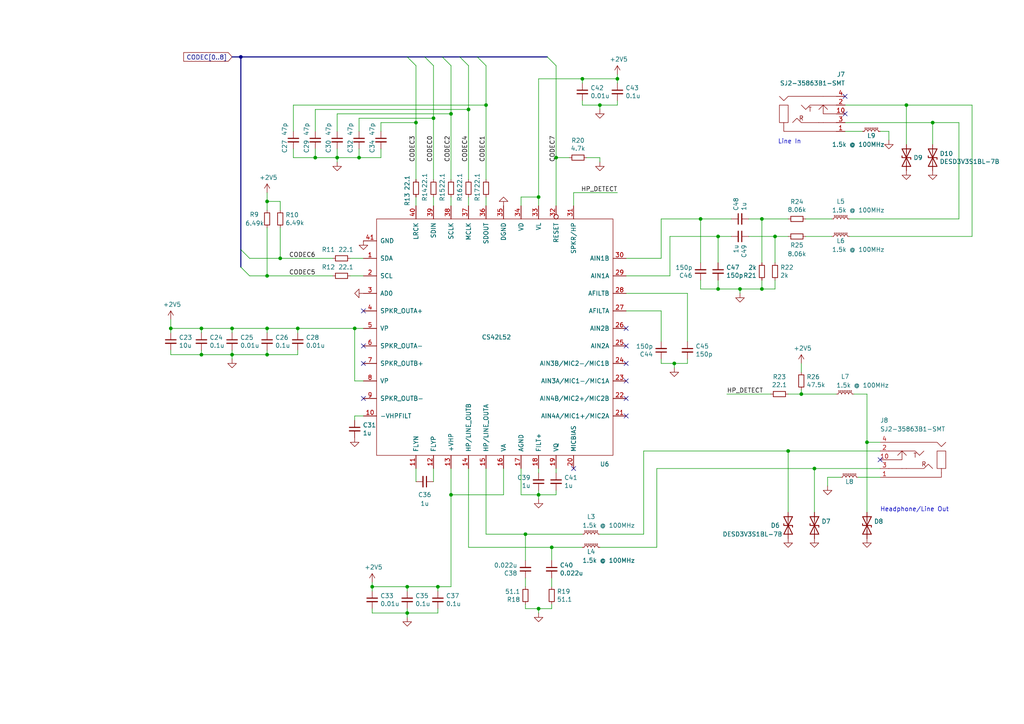
<source format=kicad_sch>
(kicad_sch (version 20211123) (generator eeschema)
  (paper "A4")
  (title_block (title "BitMasher - Audio Codec") (date "2021-04-18") (rev "P2") (company "MeoWorkshop/Nyankichi Works"))
  (lib_symbols
    (symbol "Audio:CS42L52" (pin_names (offset 1.016))
      (property "Reference" "U" (at -34.29 36.83 0))
      (property "Value" "Audio_CS42L52" (at 0 1.27 0))
      (symbol "CS42L52_0_1"
        (rectangle (start -34.29 34.29) (end 34.29 -34.29))
      )
      (symbol "CS42L52_1_1"
        (pin bidirectional line (at -38.1 22.86 0) (length 3.81) (name "SDA") (number "1"))
        (pin bidirectional line (at -38.1 -22.86 0) (length 3.81) (name "-VHPFILT") (number "10"))
        (pin bidirectional line (at -22.86 -38.1 90) (length 3.81) (name "FLYN") (number "11"))
        (pin bidirectional line (at -17.78 -38.1 90) (length 3.81) (name "FLYP") (number "12"))
        (pin power_in line (at -12.7 -38.1 90) (length 3.81) (name "+VHP") (number "13"))
        (pin bidirectional line (at -7.62 -38.1 90) (length 3.81) (name "HP/LINE_OUTB") (number "14"))
        (pin bidirectional line (at -2.54 -38.1 90) (length 3.81) (name "HP/LINE_OUTA") (number "15"))
        (pin power_in line (at 2.54 -38.1 90) (length 3.81) (name "VA") (number "16"))
        (pin power_in line (at 7.62 -38.1 90) (length 3.81) (name "AGND") (number "17"))
        (pin bidirectional line (at 12.7 -38.1 90) (length 3.81) (name "FILT+") (number "18"))
        (pin power_in line (at 17.78 -38.1 90) (length 3.81) (name "VQ") (number "19"))
        (pin bidirectional line (at -38.1 17.78 0) (length 3.81) (name "SCL") (number "2"))
        (pin bidirectional line (at 22.86 -38.1 90) (length 3.81) (name "MICBIAS") (number "20"))
        (pin bidirectional line (at 38.1 -22.86 180) (length 3.81) (name "AIN4A/MIC1+/MIC2A") (number "21"))
        (pin bidirectional line (at 38.1 -17.78 180) (length 3.81) (name "AIN4B/MIC2+/MIC2B") (number "22"))
        (pin bidirectional line (at 38.1 -12.7 180) (length 3.81) (name "AIN3A/MIC1-/MIC1A") (number "23"))
        (pin bidirectional line (at 38.1 -7.62 180) (length 3.81) (name "AIN3B/MIC2-/MIC1B") (number "24"))
        (pin bidirectional line (at 38.1 -2.54 180) (length 3.81) (name "AIN2A") (number "25"))
        (pin bidirectional line (at 38.1 2.54 180) (length 3.81) (name "AIN2B") (number "26"))
        (pin bidirectional line (at 38.1 7.62 180) (length 3.81) (name "AFILTA") (number "27"))
        (pin bidirectional line (at 38.1 12.7 180) (length 3.81) (name "AFILTB") (number "28"))
        (pin bidirectional line (at 38.1 17.78 180) (length 3.81) (name "AIN1A") (number "29"))
        (pin bidirectional line (at -38.1 12.7 0) (length 3.81) (name "AD0") (number "3"))
        (pin bidirectional line (at 38.1 22.86 180) (length 3.81) (name "AIN1B") (number "30"))
        (pin bidirectional line (at 22.86 38.1 270) (length 3.81) (name "SPKR/HP") (number "31"))
        (pin bidirectional inverted (at 17.78 38.1 270) (length 3.81) (name "RESET") (number "32"))
        (pin power_in line (at 12.7 38.1 270) (length 3.81) (name "VL") (number "33"))
        (pin power_in line (at 7.62 38.1 270) (length 3.81) (name "VD") (number "34"))
        (pin power_in line (at 2.54 38.1 270) (length 3.81) (name "DGND") (number "35"))
        (pin bidirectional line (at -2.54 38.1 270) (length 3.81) (name "SDOUT") (number "36"))
        (pin bidirectional line (at -7.62 38.1 270) (length 3.81) (name "MCLK") (number "37"))
        (pin bidirectional line (at -12.7 38.1 270) (length 3.81) (name "SCLK") (number "38"))
        (pin bidirectional line (at -17.78 38.1 270) (length 3.81) (name "SDIN") (number "39"))
        (pin bidirectional line (at -38.1 7.62 0) (length 3.81) (name "SPKR_OUTA+") (number "4"))
        (pin bidirectional line (at -22.86 38.1 270) (length 3.81) (name "LRCK") (number "40"))
        (pin power_in line (at -38.1 27.94 0) (length 3.81) (name "GND") (number "41"))
        (pin power_in line (at -38.1 2.54 0) (length 3.81) (name "VP") (number "5"))
        (pin bidirectional line (at -38.1 -2.54 0) (length 3.81) (name "SPKR_OUTA-") (number "6"))
        (pin bidirectional line (at -38.1 -7.62 0) (length 3.81) (name "SPKR_OUTB+") (number "7"))
        (pin power_in line (at -38.1 -12.7 0) (length 3.81) (name "VP") (number "8"))
        (pin bidirectional line (at -38.1 -17.78 0) (length 3.81) (name "SPKR_OUTB-") (number "9"))
      )
    )
    (symbol "Connector:SJ2-35863B1-SMT" (pin_names (offset 1.016))
      (property "Reference" "J" (at -1.27 11.43 0))
      (property "Value" "Connector_SJ2-35863B1-SMT" (at 0 8.89 0))
      (symbol "SJ2-35863B1-SMT_0_0"
        (text "R" (at -3.81 1.27 0) (effects (font (size 1.27 1.27))))
        (text "T" (at -1.27 -1.27 0) (effects (font (size 1.27 1.27))))
      )
      (symbol "SJ2-35863B1-SMT_0_1"
        (rectangle (start -10.16 2.54) (end -7.62 -2.54))
        (polyline (pts (xy -8.89 3.81) (xy -8.89 2.54)))
        (polyline (pts (xy 1.27 2.54) (xy 2.54 2.54)))
        (polyline (pts (xy 2.54 -5.08) (xy 6.35 -5.08)))
        (polyline (pts (xy 2.54 -2.54) (xy 6.35 -2.54)))
        (polyline (pts (xy 2.54 2.54) (xy 6.35 2.54)))
        (polyline (pts (xy -8.89 3.81) (xy -8.89 5.08) (xy 6.35 5.08)))
        (polyline (pts (xy 1.27 -1.27) (xy 2.54 -2.54) (xy 3.81 -1.27)))
        (polyline (pts (xy 2.54 -2.54) (xy 2.54 0) (xy 6.35 0)))
        (polyline (pts (xy -10.16 -5.08) (xy -8.89 -3.81) (xy -7.62 -5.08) (xy 2.54 -5.08)))
        (polyline (pts (xy -6.35 2.54) (xy -5.08 1.27) (xy -3.81 2.54) (xy 1.27 2.54)))
        (polyline (pts (xy -3.81 -2.54) (xy -2.54 -1.27) (xy -1.27 -2.54) (xy 2.54 -2.54)))
      )
      (symbol "SJ2-35863B1-SMT_1_1"
        (pin bidirectional line (at 8.89 5.08 180) (length 2.54) (name "~") (number "1"))
        (pin bidirectional line (at 8.89 0 180) (length 2.54) (name "~") (number "10"))
        (pin bidirectional line (at 8.89 -2.54 180) (length 2.54) (name "~") (number "2"))
        (pin bidirectional line (at 8.89 2.54 180) (length 2.54) (name "~") (number "3"))
        (pin bidirectional line (at 8.89 -5.08 180) (length 2.54) (name "~") (number "4"))
      )
    )
    (symbol "Device:C_Small" (pin_numbers hide) (pin_names (offset 0.254) hide)
      (property "Reference" "C" (at 0.254 1.778 0))
      (property "Value" "C_Small" (at 0.254 -2.032 0))
      (symbol "C_Small_0_1"
        (polyline (pts (xy -1.524 -0.508) (xy 1.524 -0.508)) (stroke (width 0.3302)))
        (polyline (pts (xy -1.524 0.508) (xy 1.524 0.508)) (stroke (width 0.3048)))
      )
      (symbol "C_Small_1_1"
        (pin passive line (at 0 2.54 270) (length 2.032) (name "~") (number "1"))
        (pin passive line (at 0 -2.54 90) (length 2.032) (name "~") (number "2"))
      )
    )
    (symbol "Device:D_TVS" (pin_numbers hide) (pin_names (offset 1.016) hide)
      (property "Reference" "D" (at 0 2.54 0))
      (property "Value" "D_TVS" (at 0 -2.54 0))
      (symbol "D_TVS_0_1"
        (polyline (pts (xy 1.27 0) (xy -1.27 0)))
        (polyline (pts (xy 0.508 1.27) (xy 0 1.27) (xy 0 -1.27) (xy -0.508 -1.27)) (stroke (width 0.254)))
        (polyline (pts (xy -2.54 1.27) (xy -2.54 -1.27) (xy 2.54 1.27) (xy 2.54 -1.27) (xy -2.54 1.27)) (stroke (width 0.254)))
      )
      (symbol "D_TVS_1_1"
        (pin passive line (at -3.81 0 0) (length 2.54) (name "A1") (number "1"))
        (pin passive line (at 3.81 0 180) (length 2.54) (name "A2") (number "2"))
      )
    )
    (symbol "Device:L_Core_Ferrite_Small" (pin_numbers hide) (pin_names (offset 0.254) hide)
      (property "Reference" "L" (at 1.27 1.016 0))
      (property "Value" "Device_L_Core_Ferrite_Small" (at 1.27 -1.27 0))
      (symbol "L_Core_Ferrite_Small_0_1"
        (arc (start 0 -2.032) (mid 0.508 -1.524) (end 0 -1.016))
        (arc (start 0 -1.016) (mid 0.508 -0.508) (end 0 0))
        (polyline (pts (xy 0.762 -1.905) (xy 0.762 -1.651)))
        (polyline (pts (xy 0.762 -1.397) (xy 0.762 -1.143)))
        (polyline (pts (xy 0.762 -0.889) (xy 0.762 -0.635)))
        (polyline (pts (xy 0.762 -0.381) (xy 0.762 -0.127)))
        (polyline (pts (xy 0.762 0.127) (xy 0.762 0.381)))
        (polyline (pts (xy 0.762 0.635) (xy 0.762 0.889)))
        (polyline (pts (xy 0.762 1.143) (xy 0.762 1.397)))
        (polyline (pts (xy 0.762 1.651) (xy 0.762 1.905)))
        (polyline (pts (xy 1.016 -1.651) (xy 1.016 -1.905)))
        (polyline (pts (xy 1.016 -1.143) (xy 1.016 -1.397)))
        (polyline (pts (xy 1.016 -0.635) (xy 1.016 -0.889)))
        (polyline (pts (xy 1.016 -0.127) (xy 1.016 -0.381)))
        (polyline (pts (xy 1.016 0.381) (xy 1.016 0.127)))
        (polyline (pts (xy 1.016 0.889) (xy 1.016 0.635)))
        (polyline (pts (xy 1.016 1.397) (xy 1.016 1.143)))
        (polyline (pts (xy 1.016 1.905) (xy 1.016 1.651)))
        (arc (start 0 0) (mid 0.508 0.508) (end 0 1.016))
        (arc (start 0 1.016) (mid 0.508 1.524) (end 0 2.032))
      )
      (symbol "L_Core_Ferrite_Small_1_1"
        (pin passive line (at 0 2.54 270) (length 0.508) (name "~") (number "1"))
        (pin passive line (at 0 -2.54 90) (length 0.508) (name "~") (number "2"))
      )
    )
    (symbol "Device:R_Small" (pin_numbers hide) (pin_names (offset 0.254) hide)
      (property "Reference" "R" (at 0.762 0.508 0))
      (property "Value" "R_Small" (at 0.762 -1.016 0))
      (symbol "R_Small_0_1"
        (rectangle (start -0.762 1.778) (end 0.762 -1.778) (stroke (width 0.2032)))
      )
      (symbol "R_Small_1_1"
        (pin passive line (at 0 2.54 270) (length 0.762) (name "~") (number "1"))
        (pin passive line (at 0 -2.54 90) (length 0.762) (name "~") (number "2"))
      )
    )
    (symbol "power:+2V5" (power) (pin_names (offset 0))
      (property "Value" "+2V5" (at 0 3.556 0))
      (symbol "+2V5_0_1"
        (polyline (pts (xy -0.762 1.27) (xy 0 2.54)))
        (polyline (pts (xy 0 0) (xy 0 2.54)))
        (polyline (pts (xy 0 2.54) (xy 0.762 1.27)))
      )
      (symbol "+2V5_1_1"
        (pin power_in line (at 0 0 90) (length 0) hide (name "+2V5") (number "1"))
      )
    )
    (symbol "power:GND" (power) (pin_names (offset 0))
      (property "Value" "GND" (at 0 -3.81 0))
      (symbol "GND_0_1"
        (polyline (pts (xy 0 0) (xy 0 -1.27) (xy 1.27 -1.27) (xy 0 -2.54) (xy -1.27 -1.27) (xy 0 -1.27)))
      )
      (symbol "GND_1_1"
        (pin power_in line (at 0 0 270) (length 0) hide (name "GND") (number "1"))
      )
    )
  )
  (junction (at 156.21 57.15))
  (junction (at 195.58 105.41))
  (junction (at 236.22 135.89))
  (junction (at 208.28 68.58))
  (junction (at 208.28 83.82))
  (junction (at 97.79 45.72))
  (junction (at 251.46 128.27))
  (junction (at 270.51 35.56))
  (junction (at 203.2 63.5))
  (junction (at 173.99 30.48))
  (junction (at 224.79 68.58))
  (junction (at 118.11 177.8))
  (junction (at 214.63 83.82))
  (junction (at 220.98 83.82))
  (junction (at 140.97 30.48))
  (junction (at 232.41 114.3))
  (junction (at 156.21 176.53))
  (junction (at 156.21 143.51))
  (junction (at 91.44 45.72))
  (junction (at 130.81 143.51))
  (junction (at 58.42 95.25))
  (junction (at 130.81 33.02))
  (junction (at 67.31 102.87))
  (junction (at 77.47 80.01))
  (junction (at 81.28 74.93))
  (junction (at 220.98 63.5))
  (junction (at 104.14 45.72))
  (junction (at 179.07 22.86))
  (junction (at 86.36 95.25))
  (junction (at 77.47 58.42))
  (junction (at 135.89 31.75))
  (junction (at 58.42 102.87))
  (junction (at 107.95 170.18))
  (junction (at 127 170.18))
  (junction (at 102.87 95.25))
  (junction (at 118.11 170.18))
  (junction (at 168.91 22.86))
  (junction (at 120.65 35.56))
  (junction (at 67.31 95.25))
  (junction (at 125.73 34.29))
  (junction (at 77.47 102.87))
  (junction (at 152.4 154.94))
  (junction (at 161.29 45.72))
  (junction (at 77.47 95.25))
  (junction (at 160.02 158.75))
  (junction (at 262.89 30.48))
  (junction (at 49.53 95.25))
  (junction (at 69.85 16.51))
  (junction (at 228.6 130.81))
  (no_connect (at 166.37 135.89))
  (no_connect (at 105.41 105.41))
  (no_connect (at 181.61 120.65))
  (no_connect (at 181.61 110.49))
  (no_connect (at 181.61 95.25))
  (no_connect (at 181.61 105.41))
  (no_connect (at 105.41 100.33))
  (no_connect (at 181.61 100.33))
  (no_connect (at 245.11 33.02))
  (no_connect (at 245.11 27.94))
  (no_connect (at 105.41 90.17))
  (no_connect (at 181.61 115.57))
  (no_connect (at 105.41 115.57))
  (no_connect (at 255.27 133.35))
  (bus_entry (at 128.27 16.51) (size 2.54 2.54))
  (bus_entry (at 69.85 72.39) (size 2.54 2.54))
  (bus_entry (at 123.19 16.51) (size 2.54 2.54))
  (bus_entry (at 133.35 16.51) (size 2.54 2.54))
  (bus_entry (at 138.43 16.51) (size 2.54 2.54))
  (bus_entry (at 69.85 77.47) (size 2.54 2.54))
  (bus_entry (at 158.75 16.51) (size 2.54 2.54))
  (bus_entry (at 118.11 16.51) (size 2.54 2.54))
  (wire (pts (xy 91.44 31.75) (xy 135.89 31.75)))
  (wire (pts (xy 248.92 138.43) (xy 255.27 138.43)))
  (wire (pts (xy 72.39 74.93) (xy 81.28 74.93)))
  (wire (pts (xy 58.42 95.25) (xy 67.31 95.25)))
  (wire (pts (xy 186.69 130.81) (xy 186.69 154.94)))
  (wire (pts (xy 86.36 95.25) (xy 102.87 95.25)))
  (wire (pts (xy 210.82 114.3) (xy 223.52 114.3)))
  (wire (pts (xy 77.47 55.88) (xy 77.47 58.42)))
  (wire (pts (xy 58.42 102.87) (xy 67.31 102.87)))
  (wire (pts (xy 97.79 45.72) (xy 97.79 43.18)))
  (wire (pts (xy 152.4 162.56) (xy 152.4 154.94)))
  (wire (pts (xy 156.21 177.8) (xy 156.21 176.53)))
  (wire (pts (xy 251.46 114.3) (xy 251.46 128.27)))
  (wire (pts (xy 135.89 57.15) (xy 135.89 59.69)))
  (wire (pts (xy 208.28 76.2) (xy 208.28 68.58)))
  (wire (pts (xy 170.18 45.72) (xy 173.99 45.72)))
  (wire (pts (xy 161.29 59.69) (xy 161.29 45.72)))
  (wire (pts (xy 208.28 68.58) (xy 212.09 68.58)))
  (wire (pts (xy 156.21 22.86) (xy 156.21 57.15)))
  (wire (pts (xy 262.89 41.91) (xy 262.89 30.48)))
  (wire (pts (xy 101.6 74.93) (xy 105.41 74.93)))
  (wire (pts (xy 224.79 76.2) (xy 224.79 68.58)))
  (bus (pts (xy 133.35 16.51) (xy 138.43 16.51)))
  (wire (pts (xy 97.79 45.72) (xy 97.79 46.99)))
  (wire (pts (xy 203.2 83.82) (xy 208.28 83.82)))
  (wire (pts (xy 233.68 63.5) (xy 241.3 63.5)))
  (wire (pts (xy 156.21 143.51) (xy 161.29 143.51)))
  (wire (pts (xy 232.41 105.41) (xy 232.41 107.95)))
  (wire (pts (xy 130.81 170.18) (xy 127 170.18)))
  (wire (pts (xy 152.4 175.26) (xy 152.4 176.53)))
  (wire (pts (xy 228.6 148.59) (xy 228.6 130.81)))
  (wire (pts (xy 161.29 135.89) (xy 161.29 137.16)))
  (wire (pts (xy 140.97 57.15) (xy 140.97 59.69)))
  (wire (pts (xy 161.29 19.05) (xy 161.29 45.72)))
  (wire (pts (xy 58.42 96.52) (xy 58.42 95.25)))
  (wire (pts (xy 270.51 35.56) (xy 278.13 35.56)))
  (wire (pts (xy 156.21 135.89) (xy 156.21 137.16)))
  (wire (pts (xy 160.02 170.18) (xy 160.02 167.64)))
  (wire (pts (xy 91.44 43.18) (xy 91.44 45.72)))
  (wire (pts (xy 77.47 95.25) (xy 86.36 95.25)))
  (wire (pts (xy 85.09 43.18) (xy 85.09 45.72)))
  (wire (pts (xy 281.94 30.48) (xy 281.94 68.58)))
  (wire (pts (xy 194.31 68.58) (xy 194.31 80.01)))
  (wire (pts (xy 104.14 45.72) (xy 97.79 45.72)))
  (wire (pts (xy 232.41 113.03) (xy 232.41 114.3)))
  (wire (pts (xy 105.41 120.65) (xy 102.87 120.65)))
  (wire (pts (xy 107.95 176.53) (xy 107.95 177.8)))
  (wire (pts (xy 203.2 63.5) (xy 212.09 63.5)))
  (wire (pts (xy 49.53 101.6) (xy 49.53 102.87)))
  (wire (pts (xy 181.61 85.09) (xy 199.39 85.09)))
  (wire (pts (xy 251.46 128.27) (xy 255.27 128.27)))
  (wire (pts (xy 107.95 168.91) (xy 107.95 170.18)))
  (wire (pts (xy 120.65 19.05) (xy 120.65 35.56)))
  (wire (pts (xy 220.98 63.5) (xy 228.6 63.5)))
  (wire (pts (xy 168.91 22.86) (xy 168.91 24.13)))
  (wire (pts (xy 97.79 38.1) (xy 97.79 33.02)))
  (wire (pts (xy 166.37 59.69) (xy 166.37 55.88)))
  (wire (pts (xy 130.81 33.02) (xy 130.81 52.07)))
  (wire (pts (xy 195.58 105.41) (xy 199.39 105.41)))
  (wire (pts (xy 220.98 76.2) (xy 220.98 63.5)))
  (wire (pts (xy 228.6 114.3) (xy 232.41 114.3)))
  (wire (pts (xy 179.07 22.86) (xy 179.07 24.13)))
  (wire (pts (xy 127 170.18) (xy 127 171.45)))
  (wire (pts (xy 67.31 95.25) (xy 77.47 95.25)))
  (wire (pts (xy 91.44 38.1) (xy 91.44 31.75)))
  (wire (pts (xy 85.09 30.48) (xy 140.97 30.48)))
  (wire (pts (xy 156.21 144.78) (xy 156.21 143.51)))
  (wire (pts (xy 161.29 143.51) (xy 161.29 142.24)))
  (bus (pts (xy 138.43 16.51) (xy 158.75 16.51)))
  (wire (pts (xy 125.73 135.89) (xy 125.73 139.7)))
  (wire (pts (xy 233.68 68.58) (xy 241.3 68.58)))
  (wire (pts (xy 110.49 35.56) (xy 120.65 35.56)))
  (wire (pts (xy 214.63 83.82) (xy 220.98 83.82)))
  (wire (pts (xy 49.53 95.25) (xy 58.42 95.25)))
  (wire (pts (xy 191.77 74.93) (xy 191.77 63.5)))
  (wire (pts (xy 165.1 45.72) (xy 161.29 45.72)))
  (wire (pts (xy 127 177.8) (xy 127 176.53)))
  (wire (pts (xy 181.61 74.93) (xy 191.77 74.93)))
  (wire (pts (xy 236.22 148.59) (xy 236.22 135.89)))
  (wire (pts (xy 140.97 19.05) (xy 140.97 30.48)))
  (wire (pts (xy 181.61 80.01) (xy 194.31 80.01)))
  (wire (pts (xy 67.31 101.6) (xy 67.31 102.87)))
  (wire (pts (xy 179.07 30.48) (xy 173.99 30.48)))
  (wire (pts (xy 130.81 135.89) (xy 130.81 143.51)))
  (bus (pts (xy 67.31 16.51) (xy 69.85 16.51)))
  (wire (pts (xy 104.14 43.18) (xy 104.14 45.72)))
  (wire (pts (xy 125.73 57.15) (xy 125.73 59.69)))
  (wire (pts (xy 140.97 30.48) (xy 140.97 52.07)))
  (wire (pts (xy 86.36 95.25) (xy 86.36 96.52)))
  (wire (pts (xy 107.95 170.18) (xy 107.95 171.45)))
  (wire (pts (xy 160.02 158.75) (xy 168.91 158.75)))
  (wire (pts (xy 67.31 102.87) (xy 67.31 104.14)))
  (wire (pts (xy 195.58 106.68) (xy 195.58 105.41)))
  (bus (pts (xy 123.19 16.51) (xy 128.27 16.51)))
  (wire (pts (xy 245.11 38.1) (xy 250.19 38.1)))
  (wire (pts (xy 173.99 154.94) (xy 186.69 154.94)))
  (wire (pts (xy 135.89 158.75) (xy 160.02 158.75)))
  (wire (pts (xy 199.39 105.41) (xy 199.39 104.14)))
  (wire (pts (xy 135.89 135.89) (xy 135.89 158.75)))
  (wire (pts (xy 77.47 66.04) (xy 77.47 80.01)))
  (wire (pts (xy 240.03 138.43) (xy 243.84 138.43)))
  (wire (pts (xy 166.37 55.88) (xy 179.07 55.88)))
  (wire (pts (xy 105.41 110.49) (xy 102.87 110.49)))
  (wire (pts (xy 156.21 22.86) (xy 168.91 22.86)))
  (wire (pts (xy 125.73 19.05) (xy 125.73 34.29)))
  (wire (pts (xy 85.09 38.1) (xy 85.09 30.48)))
  (wire (pts (xy 104.14 38.1) (xy 104.14 34.29)))
  (wire (pts (xy 49.53 102.87) (xy 58.42 102.87)))
  (wire (pts (xy 217.17 68.58) (xy 224.79 68.58)))
  (wire (pts (xy 262.89 30.48) (xy 281.94 30.48)))
  (wire (pts (xy 194.31 68.58) (xy 208.28 68.58)))
  (wire (pts (xy 110.49 38.1) (xy 110.49 35.56)))
  (wire (pts (xy 190.5 135.89) (xy 190.5 158.75)))
  (wire (pts (xy 156.21 57.15) (xy 156.21 59.69)))
  (wire (pts (xy 181.61 90.17) (xy 191.77 90.17)))
  (wire (pts (xy 120.65 135.89) (xy 120.65 139.7)))
  (bus (pts (xy 69.85 16.51) (xy 69.85 72.39)))
  (wire (pts (xy 107.95 170.18) (xy 118.11 170.18)))
  (wire (pts (xy 160.02 162.56) (xy 160.02 158.75)))
  (wire (pts (xy 214.63 85.09) (xy 214.63 83.82)))
  (wire (pts (xy 140.97 135.89) (xy 140.97 154.94)))
  (wire (pts (xy 135.89 19.05) (xy 135.89 31.75)))
  (wire (pts (xy 118.11 177.8) (xy 127 177.8)))
  (wire (pts (xy 220.98 81.28) (xy 220.98 83.82)))
  (wire (pts (xy 110.49 45.72) (xy 104.14 45.72)))
  (wire (pts (xy 245.11 35.56) (xy 270.51 35.56)))
  (wire (pts (xy 146.05 143.51) (xy 130.81 143.51)))
  (wire (pts (xy 203.2 81.28) (xy 203.2 83.82)))
  (wire (pts (xy 107.95 177.8) (xy 118.11 177.8)))
  (wire (pts (xy 152.4 167.64) (xy 152.4 170.18)))
  (bus (pts (xy 69.85 72.39) (xy 69.85 77.47)))
  (wire (pts (xy 110.49 43.18) (xy 110.49 45.72)))
  (wire (pts (xy 81.28 74.93) (xy 96.52 74.93)))
  (wire (pts (xy 220.98 83.82) (xy 224.79 83.82)))
  (wire (pts (xy 81.28 58.42) (xy 81.28 60.96)))
  (wire (pts (xy 152.4 176.53) (xy 156.21 176.53)))
  (wire (pts (xy 236.22 135.89) (xy 255.27 135.89)))
  (wire (pts (xy 245.11 30.48) (xy 262.89 30.48)))
  (wire (pts (xy 77.47 58.42) (xy 77.47 60.96)))
  (wire (pts (xy 77.47 96.52) (xy 77.47 95.25)))
  (wire (pts (xy 140.97 154.94) (xy 152.4 154.94)))
  (wire (pts (xy 186.69 130.81) (xy 228.6 130.81)))
  (wire (pts (xy 77.47 58.42) (xy 81.28 58.42)))
  (wire (pts (xy 191.77 90.17) (xy 191.77 99.06)))
  (wire (pts (xy 77.47 80.01) (xy 96.52 80.01)))
  (wire (pts (xy 130.81 19.05) (xy 130.81 33.02)))
  (wire (pts (xy 190.5 135.89) (xy 236.22 135.89)))
  (wire (pts (xy 203.2 76.2) (xy 203.2 63.5)))
  (wire (pts (xy 232.41 114.3) (xy 242.57 114.3)))
  (wire (pts (xy 67.31 102.87) (xy 77.47 102.87)))
  (wire (pts (xy 151.13 57.15) (xy 156.21 57.15)))
  (wire (pts (xy 67.31 95.25) (xy 67.31 96.52)))
  (wire (pts (xy 191.77 105.41) (xy 195.58 105.41)))
  (wire (pts (xy 104.14 34.29) (xy 125.73 34.29)))
  (wire (pts (xy 255.27 38.1) (xy 257.81 38.1)))
  (wire (pts (xy 179.07 29.21) (xy 179.07 30.48)))
  (wire (pts (xy 156.21 176.53) (xy 160.02 176.53)))
  (wire (pts (xy 49.53 96.52) (xy 49.53 95.25)))
  (wire (pts (xy 130.81 143.51) (xy 130.81 170.18)))
  (wire (pts (xy 257.81 38.1) (xy 257.81 40.64)))
  (wire (pts (xy 72.39 80.01) (xy 77.47 80.01)))
  (wire (pts (xy 246.38 68.58) (xy 281.94 68.58)))
  (wire (pts (xy 240.03 138.43) (xy 240.03 140.97)))
  (wire (pts (xy 224.79 68.58) (xy 228.6 68.58)))
  (wire (pts (xy 152.4 154.94) (xy 168.91 154.94)))
  (wire (pts (xy 118.11 171.45) (xy 118.11 170.18)))
  (wire (pts (xy 118.11 179.07) (xy 118.11 177.8)))
  (wire (pts (xy 173.99 30.48) (xy 168.91 30.48)))
  (wire (pts (xy 224.79 83.82) (xy 224.79 81.28)))
  (wire (pts (xy 102.87 120.65) (xy 102.87 121.92)))
  (wire (pts (xy 97.79 33.02) (xy 130.81 33.02)))
  (wire (pts (xy 179.07 21.59) (xy 179.07 22.86)))
  (wire (pts (xy 251.46 128.27) (xy 251.46 148.59)))
  (wire (pts (xy 173.99 31.75) (xy 173.99 30.48)))
  (wire (pts (xy 151.13 135.89) (xy 151.13 143.51)))
  (wire (pts (xy 125.73 34.29) (xy 125.73 52.07)))
  (wire (pts (xy 208.28 83.82) (xy 214.63 83.82)))
  (wire (pts (xy 151.13 59.69) (xy 151.13 57.15)))
  (wire (pts (xy 102.87 110.49) (xy 102.87 95.25)))
  (wire (pts (xy 173.99 45.72) (xy 173.99 46.99)))
  (wire (pts (xy 85.09 45.72) (xy 91.44 45.72)))
  (bus (pts (xy 128.27 16.51) (xy 133.35 16.51)))
  (wire (pts (xy 49.53 92.71) (xy 49.53 95.25)))
  (wire (pts (xy 91.44 45.72) (xy 97.79 45.72)))
  (wire (pts (xy 102.87 95.25) (xy 105.41 95.25)))
  (wire (pts (xy 179.07 22.86) (xy 168.91 22.86)))
  (wire (pts (xy 77.47 101.6) (xy 77.47 102.87)))
  (wire (pts (xy 120.65 35.56) (xy 120.65 52.07)))
  (wire (pts (xy 208.28 81.28) (xy 208.28 83.82)))
  (wire (pts (xy 191.77 104.14) (xy 191.77 105.41)))
  (wire (pts (xy 168.91 30.48) (xy 168.91 29.21)))
  (wire (pts (xy 246.38 63.5) (xy 278.13 63.5)))
  (bus (pts (xy 118.11 16.51) (xy 123.19 16.51)))
  (wire (pts (xy 86.36 102.87) (xy 86.36 101.6)))
  (wire (pts (xy 130.81 57.15) (xy 130.81 59.69)))
  (wire (pts (xy 217.17 63.5) (xy 220.98 63.5)))
  (wire (pts (xy 118.11 177.8) (xy 118.11 176.53)))
  (wire (pts (xy 191.77 63.5) (xy 203.2 63.5)))
  (bus (pts (xy 69.85 16.51) (xy 118.11 16.51)))
  (wire (pts (xy 199.39 85.09) (xy 199.39 99.06)))
  (wire (pts (xy 228.6 130.81) (xy 255.27 130.81)))
  (wire (pts (xy 156.21 143.51) (xy 156.21 142.24)))
  (wire (pts (xy 146.05 135.89) (xy 146.05 143.51)))
  (wire (pts (xy 101.6 80.01) (xy 105.41 80.01)))
  (wire (pts (xy 118.11 170.18) (xy 127 170.18)))
  (wire (pts (xy 151.13 143.51) (xy 156.21 143.51)))
  (wire (pts (xy 278.13 35.56) (xy 278.13 63.5)))
  (wire (pts (xy 81.28 66.04) (xy 81.28 74.93)))
  (wire (pts (xy 247.65 114.3) (xy 251.46 114.3)))
  (wire (pts (xy 270.51 41.91) (xy 270.51 35.56)))
  (wire (pts (xy 135.89 31.75) (xy 135.89 52.07)))
  (wire (pts (xy 77.47 102.87) (xy 86.36 102.87)))
  (wire (pts (xy 173.99 158.75) (xy 190.5 158.75)))
  (wire (pts (xy 160.02 176.53) (xy 160.02 175.26)))
  (wire (pts (xy 58.42 101.6) (xy 58.42 102.87)))
  (wire (pts (xy 120.65 57.15) (xy 120.65 59.69)))
  (text "Line In" (at 232.41 41.91 180) (effects (font (size 1.27 1.27)) (justify right bottom)))
  (text "Headphone/Line Out" (at 255.27 148.59 0) (effects (font (size 1.27 1.27)) (justify left bottom)))
  (label "CODEC6" (at 83.82 74.93 0))
  (label "CODEC1" (at 140.97 46.99 90))
  (label "HP_DETECT" (at 179.07 55.88 180))
  (label "CODEC2" (at 130.81 46.99 90))
  (label "CODEC4" (at 135.89 46.99 90))
  (label "CODEC7" (at 161.29 46.99 90))
  (label "HP_DETECT" (at 210.82 114.3 0))
  (label "CODEC5" (at 83.82 80.01 0))
  (label "CODEC0" (at 125.73 46.99 90))
  (label "CODEC3" (at 120.65 46.99 90))
  (global_label "CODEC[0..8]" (shape input) (at 67.31 16.51 180) (property "Intersheet References" "${INTERSHEET_REFS}" (effects hide)))
  (symbol (lib_id "Connector:SJ2-35863B1-SMT") (at 264.16 133.35 180) (unit 1)
    (property "Reference" "J8" (at 255.27 121.92 0) (effects (justify right)))
    (property "Value" "SJ2-35863B1-SMT" (at 255.27 124.46 0) (effects (justify right)))
    (property "Footprint" "Connector_Audio:SJ2-35863B1-SMT-TR" (effects hide))
  )
  (symbol (lib_id "power:+2V5") (at 232.41 105.41 0) (unit 1)
    (property "Reference" "#PWR069" (effects hide))
    (property "Value" "+2V5" (at 232.791 101.0158 0))
  )
  (symbol (lib_id "Device:R_Small") (at 232.41 110.49 0) (unit 1)
    (property "Reference" "R26" (at 233.9086 109.3216 0) (effects (justify left)))
    (property "Value" "47.5k" (at 233.9086 111.633 0) (effects (justify left)))
    (property "Footprint" "Resistor_SMD:R_0402_1005Metric" (effects hide))
  )
  (symbol (lib_id "Device:R_Small") (at 226.06 114.3 270) (unit 1)
    (property "Reference" "R23" (at 226.06 109.3216 90))
    (property "Value" "22.1" (at 226.06 111.633 90))
    (property "Footprint" "Resistor_SMD:R_0402_1005Metric" (effects hide))
  )
  (symbol (lib_id "power:GND") (at 240.03 140.97 0) (unit 1)
    (property "Reference" "#PWR071" (effects hide))
    (property "Value" "GND" (effects hide))
  )
  (symbol (lib_id "Device:C_Small") (at 160.02 165.1 0)
    (property "Reference" "C40" (at 162.3568 163.9316 0) (effects (justify left)))
    (property "Value" "0.022u" (at 162.3568 166.243 0) (effects (justify left)))
    (property "Footprint" "Capacitor_SMD:C_0402_1005Metric" (effects hide))
  )
  (symbol (lib_id "Device:R_Small") (at 160.02 172.72 0) (unit 1)
    (property "Reference" "R19" (at 161.5186 171.5516 0) (effects (justify left)))
    (property "Value" "51.1" (at 161.5186 173.863 0) (effects (justify left)))
    (property "Footprint" "Resistor_SMD:R_0402_1005Metric" (effects hide))
  )
  (symbol (lib_id "power:GND") (at 156.21 177.8 0) (unit 1)
    (property "Reference" "#PWR062" (effects hide))
    (property "Value" "GND" (effects hide))
  )
  (symbol (lib_id "Device:C_Small") (at 152.4 165.1 180)
    (property "Reference" "C38" (at 150.0632 166.2684 0) (effects (justify left)))
    (property "Value" "0.022u" (at 150.0632 163.957 0) (effects (justify left)))
    (property "Footprint" "Capacitor_SMD:C_0402_1005Metric" (effects hide))
  )
  (symbol (lib_id "Device:R_Small") (at 152.4 172.72 180) (unit 1)
    (property "Reference" "R18" (at 150.9014 173.8884 0) (effects (justify left)))
    (property "Value" "51.1" (at 150.9014 171.577 0) (effects (justify left)))
    (property "Footprint" "Resistor_SMD:R_0402_1005Metric" (effects hide))
  )
  (symbol (lib_id "Connector:SJ2-35863B1-SMT") (at 236.22 33.02 0) (mirror x) (unit 1)
    (property "Reference" "J7" (at 245.11 21.59 0) (effects (justify right)))
    (property "Value" "SJ2-35863B1-SMT" (at 245.11 24.13 0) (effects (justify right)))
    (property "Footprint" "Connector_Audio:SJ2-35863B1-SMT-TR" (effects hide))
  )
  (symbol (lib_id "Device:C_Small") (at 199.39 101.6 0)
    (property "Reference" "C45" (at 201.7268 100.4316 0) (effects (justify left)))
    (property "Value" "150p" (at 201.7268 102.743 0) (effects (justify left)))
    (property "Footprint" "Capacitor_SMD:C_0402_1005Metric" (effects hide))
  )
  (symbol (lib_id "Device:C_Small") (at 191.77 101.6 180)
    (property "Reference" "C44" (at 189.4332 102.7684 0) (effects (justify left)))
    (property "Value" "150p" (at 189.4332 100.457 0) (effects (justify left)))
    (property "Footprint" "Capacitor_SMD:C_0402_1005Metric" (effects hide))
  )
  (symbol (lib_id "Device:D_TVS") (at 251.46 152.4 270) (unit 1)
    (property "Reference" "D8" (at 253.492 151.2316 90) (effects (justify left)))
    (property "Value" "DESD3V3S1BL-7B" (effects hide))
    (property "Footprint" "Diode_SMD:D_0402_1005Metric" (effects hide))
  )
  (symbol (lib_id "power:GND") (at 195.58 106.68 0) (unit 1)
    (property "Reference" "#PWR066" (effects hide))
    (property "Value" "GND" (effects hide))
  )
  (symbol (lib_id "power:GND") (at 251.46 156.21 0) (unit 1)
    (property "Reference" "#PWR072" (effects hide))
    (property "Value" "GND" (effects hide))
  )
  (symbol (lib_id "Device:R_Small") (at 99.06 80.01 270) (unit 1)
    (property "Reference" "R12" (at 95.25 77.47 90))
    (property "Value" "22.1" (at 100.33 77.47 90))
    (property "Footprint" "Resistor_SMD:R_0402_1005Metric" (effects hide))
  )
  (symbol (lib_id "Device:R_Small") (at 167.64 45.72 270) (unit 1)
    (property "Reference" "R20" (at 167.64 40.7416 90))
    (property "Value" "4.7k" (at 167.64 43.053 90))
    (property "Footprint" "Resistor_SMD:R_0402_1005Metric" (effects hide))
  )
  (symbol (lib_id "power:GND") (at 173.99 46.99 0)
    (property "Reference" "#PWR064" (effects hide))
    (property "Value" "GND" (effects hide))
  )
  (symbol (lib_id "Device:L_Core_Ferrite_Small") (at 243.84 68.58 90) (unit 1)
    (property "Reference" "L6" (at 243.84 69.85 90))
    (property "Value" "1.5k @ 100MHz" (at 248.92 72.39 90))
    (property "Footprint" "Inductor_SMD:L_0402_1005Metric" (effects hide))
    (property "Digikey PN" "587-3216-1-ND" (effects hide))
  )
  (symbol (lib_id "Device:R_Small") (at 231.14 63.5 270) (unit 1)
    (property "Reference" "R24" (at 231.14 58.5216 90))
    (property "Value" "8.06k" (at 231.14 60.833 90))
    (property "Footprint" "Resistor_SMD:R_0402_1005Metric" (effects hide))
  )
  (symbol (lib_id "Device:R_Small") (at 231.14 68.58 270) (unit 1)
    (property "Reference" "R25" (at 231.14 71.12 90))
    (property "Value" "8.06k" (at 231.14 73.66 90))
    (property "Footprint" "Resistor_SMD:R_0402_1005Metric" (effects hide))
  )
  (symbol (lib_id "Device:L_Core_Ferrite_Small") (at 245.11 114.3 90) (unit 1)
    (property "Reference" "L7" (at 245.11 109.22 90))
    (property "Value" "1.5k @ 100MHz" (at 250.19 111.76 90))
    (property "Footprint" "Inductor_SMD:L_0402_1005Metric" (effects hide))
    (property "Digikey PN" "587-3216-1-ND" (effects hide))
  )
  (symbol (lib_id "Device:L_Core_Ferrite_Small") (at 246.38 138.43 90) (unit 1)
    (property "Reference" "L8" (at 246.38 139.7 90))
    (property "Value" "1.5k @ 100MHz" (effects hide))
    (property "Footprint" "Inductor_SMD:L_0402_1005Metric" (effects hide))
    (property "Digikey PN" "587-3216-1-ND" (effects hide))
  )
  (symbol (lib_id "Device:C_Small") (at 214.63 63.5 90)
    (property "Reference" "C48" (at 213.4616 61.1632 0) (effects (justify left)))
    (property "Value" "1u" (at 215.773 61.1632 0) (effects (justify left)))
    (property "Footprint" "Capacitor_SMD:C_0402_1005Metric" (effects hide))
  )
  (symbol (lib_id "Device:C_Small") (at 214.63 68.58 270)
    (property "Reference" "C49" (at 215.7984 70.9168 0) (effects (justify left)))
    (property "Value" "1u" (at 213.487 70.9168 0) (effects (justify left)))
    (property "Footprint" "Capacitor_SMD:C_0402_1005Metric" (effects hide))
  )
  (symbol (lib_id "power:GND") (at 257.81 40.64 0) (mirror y) (unit 1)
    (property "Reference" "#PWR073" (effects hide))
    (property "Value" "GND" (effects hide))
  )
  (symbol (lib_id "Device:L_Core_Ferrite_Small") (at 171.45 154.94 90) (unit 1)
    (property "Reference" "L3" (at 171.45 149.86 90))
    (property "Value" "1.5k @ 100MHz" (at 176.53 152.4 90))
    (property "Footprint" "Inductor_SMD:L_0402_1005Metric" (effects hide))
    (property "Digikey PN" "587-3216-1-ND" (effects hide))
  )
  (symbol (lib_id "Device:L_Core_Ferrite_Small") (at 171.45 158.75 90) (unit 1)
    (property "Reference" "L4" (at 171.45 160.02 90))
    (property "Value" "1.5k @ 100MHz" (at 176.53 162.56 90))
    (property "Footprint" "Inductor_SMD:L_0402_1005Metric" (effects hide))
    (property "Digikey PN" "587-3216-1-ND" (effects hide))
  )
  (symbol (lib_id "Device:C_Small") (at 203.2 78.74 180)
    (property "Reference" "C46" (at 200.8632 79.9084 0) (effects (justify left)))
    (property "Value" "150p" (at 200.8632 77.597 0) (effects (justify left)))
    (property "Footprint" "Capacitor_SMD:C_0402_1005Metric" (effects hide))
  )
  (symbol (lib_id "Device:C_Small") (at 208.28 78.74 0)
    (property "Reference" "C47" (at 210.6168 77.5716 0) (effects (justify left)))
    (property "Value" "150p" (at 210.6168 79.883 0) (effects (justify left)))
    (property "Footprint" "Capacitor_SMD:C_0402_1005Metric" (effects hide))
  )
  (symbol (lib_id "power:+2V5") (at 49.53 92.71 0) (unit 1)
    (property "Reference" "#PWR051" (effects hide))
    (property "Value" "+2V5" (at 49.911 88.3158 0))
  )
  (symbol (lib_id "Device:R_Small") (at 224.79 78.74 0) (unit 1)
    (property "Reference" "R22" (at 226.2886 77.5716 0) (effects (justify left)))
    (property "Value" "2k" (at 226.2886 79.883 0) (effects (justify left)))
    (property "Footprint" "Resistor_SMD:R_0402_1005Metric" (effects hide))
  )
  (symbol (lib_id "Device:R_Small") (at 220.98 78.74 180) (unit 1)
    (property "Reference" "R21" (at 219.4814 79.9084 0) (effects (justify left)))
    (property "Value" "2k" (at 219.4814 77.597 0) (effects (justify left)))
    (property "Footprint" "Resistor_SMD:R_0402_1005Metric" (effects hide))
  )
  (symbol (lib_id "power:GND") (at 214.63 85.09 0) (unit 1)
    (property "Reference" "#PWR067" (effects hide))
    (property "Value" "GND" (effects hide))
  )
  (symbol (lib_id "Device:R_Small") (at 99.06 74.93 270) (unit 1)
    (property "Reference" "R11" (at 95.25 72.39 90))
    (property "Value" "22.1" (at 100.33 72.39 90))
    (property "Footprint" "Resistor_SMD:R_0402_1005Metric" (effects hide))
  )
  (symbol (lib_id "Device:R_Small") (at 120.65 54.61 180) (unit 1)
    (property "Reference" "R13" (at 118.11 55.88 90) (effects (justify left)))
    (property "Value" "22.1" (at 118.11 50.8 90) (effects (justify left)))
    (property "Footprint" "Resistor_SMD:R_0402_1005Metric" (effects hide))
  )
  (symbol (lib_id "Device:R_Small") (at 125.73 54.61 0) (unit 1)
    (property "Reference" "R14" (at 123.19 58.42 90) (effects (justify left)))
    (property "Value" "22.1" (at 123.19 54.61 90) (effects (justify left)))
    (property "Footprint" "Resistor_SMD:R_0402_1005Metric" (effects hide))
  )
  (symbol (lib_id "Device:R_Small") (at 130.81 54.61 0) (unit 1)
    (property "Reference" "R15" (at 128.27 58.42 90) (effects (justify left)))
    (property "Value" "22.1" (at 128.27 54.61 90) (effects (justify left)))
    (property "Footprint" "Resistor_SMD:R_0402_1005Metric" (effects hide))
  )
  (symbol (lib_id "Device:R_Small") (at 135.89 54.61 0) (unit 1)
    (property "Reference" "R16" (at 133.35 58.42 90) (effects (justify left)))
    (property "Value" "22.1" (at 133.35 54.61 90) (effects (justify left)))
    (property "Footprint" "Resistor_SMD:R_0402_1005Metric" (effects hide))
  )
  (symbol (lib_id "Device:R_Small") (at 140.97 54.61 0) (unit 1)
    (property "Reference" "R17" (at 138.43 58.42 90) (effects (justify left)))
    (property "Value" "22.1" (at 138.43 54.61 90) (effects (justify left)))
    (property "Footprint" "Resistor_SMD:R_0402_1005Metric" (effects hide))
  )
  (symbol (lib_id "Device:C_Small") (at 85.09 40.64 0)
    (property "Reference" "C27" (at 82.55 44.45 90) (effects (justify left)))
    (property "Value" "47p" (at 82.55 39.37 90) (effects (justify left)))
    (property "Footprint" "Capacitor_SMD:C_0402_1005Metric" (effects hide))
  )
  (symbol (lib_id "power:GND") (at 97.79 46.99 0)
    (property "Reference" "#PWR054" (effects hide))
    (property "Value" "GND" (effects hide))
  )
  (symbol (lib_id "Audio:CS42L52") (at 143.51 97.79 0) (unit 1)
    (property "Reference" "U6" (at 173.99 134.62 0) (effects (justify left)))
    (property "Value" "CS42L52" (at 139.7 97.79 0) (effects (justify left)))
    (property "Footprint" "Package_DFN_QFN:QFN-40-1EP_6x6mm_P0.5mm_EP4.1x4.1mm" (effects hide))
  )
  (symbol (lib_id "power:+2V5") (at 107.95 168.91 0) (unit 1)
    (property "Reference" "#PWR058" (effects hide))
    (property "Value" "+2V5" (at 108.331 164.5158 0))
  )
  (symbol (lib_id "power:GND") (at 118.11 179.07 0) (unit 1)
    (property "Reference" "#PWR059" (effects hide))
    (property "Value" "GND" (effects hide))
  )
  (symbol (lib_id "Device:C_Small") (at 67.31 99.06 0)
    (property "Reference" "C25" (at 69.6468 97.8916 0) (effects (justify left)))
    (property "Value" "0.01u" (at 69.6468 100.203 0) (effects (justify left)))
    (property "Footprint" "Capacitor_SMD:C_0402_1005Metric" (effects hide))
  )
  (symbol (lib_id "power:GND") (at 67.31 104.14 0)
    (property "Reference" "#PWR052" (effects hide))
    (property "Value" "GND" (effects hide))
  )
  (symbol (lib_id "Device:C_Small") (at 49.53 99.06 0)
    (property "Reference" "C23" (at 51.8668 97.8916 0) (effects (justify left)))
    (property "Value" "10u" (at 51.8668 100.203 0) (effects (justify left)))
    (property "Footprint" "Capacitor_SMD:C_0402_1005Metric" (effects hide))
  )
  (symbol (lib_id "Device:C_Small") (at 58.42 99.06 0)
    (property "Reference" "C24" (at 60.7568 97.8916 0) (effects (justify left)))
    (property "Value" "0.1u" (at 60.7568 100.203 0) (effects (justify left)))
    (property "Footprint" "Capacitor_SMD:C_0402_1005Metric" (effects hide))
  )
  (symbol (lib_id "Device:C_Small") (at 77.47 99.06 0)
    (property "Reference" "C26" (at 79.8068 97.8916 0) (effects (justify left)))
    (property "Value" "0.1u" (at 79.8068 100.203 0) (effects (justify left)))
    (property "Footprint" "Capacitor_SMD:C_0402_1005Metric" (effects hide))
  )
  (symbol (lib_id "Device:C_Small") (at 86.36 99.06 0)
    (property "Reference" "C28" (at 88.6968 97.8916 0) (effects (justify left)))
    (property "Value" "0.01u" (at 88.6968 100.203 0) (effects (justify left)))
    (property "Footprint" "Capacitor_SMD:C_0402_1005Metric" (effects hide))
  )
  (symbol (lib_id "Device:C_Small") (at 102.87 124.46 0)
    (property "Reference" "C31" (at 105.2068 123.2916 0) (effects (justify left)))
    (property "Value" "1u" (at 105.2068 125.603 0) (effects (justify left)))
    (property "Footprint" "Capacitor_SMD:C_0402_1005Metric" (effects hide))
  )
  (symbol (lib_id "power:GND") (at 102.87 127 0)
    (property "Reference" "#PWR055" (effects hide))
    (property "Value" "GND" (effects hide))
  )
  (symbol (lib_id "Device:R_Small") (at 77.47 63.5 0) (unit 1)
    (property "Reference" "R9" (at 72.39 62.23 0) (effects (justify left)))
    (property "Value" "6.49k" (at 71.12 64.77 0) (effects (justify left)))
    (property "Footprint" "Resistor_SMD:R_0402_1005Metric" (effects hide))
  )
  (symbol (lib_id "Device:R_Small") (at 81.28 63.5 0) (unit 1)
    (property "Reference" "R10" (at 82.7786 62.3316 0) (effects (justify left)))
    (property "Value" "6.49k" (at 82.7786 64.643 0) (effects (justify left)))
    (property "Footprint" "Resistor_SMD:R_0402_1005Metric" (effects hide))
  )
  (symbol (lib_id "power:+2V5") (at 77.47 55.88 0) (unit 1)
    (property "Reference" "#PWR053" (effects hide))
    (property "Value" "+2V5" (at 77.851 51.4858 0))
  )
  (symbol (lib_id "power:GND") (at 105.41 69.85 0)
    (property "Reference" "#PWR056" (effects hide))
    (property "Value" "GND" (effects hide))
  )
  (symbol (lib_id "Device:C_Small") (at 123.19 139.7 270)
    (property "Reference" "C36" (at 123.19 143.51 90))
    (property "Value" "1u" (at 123.19 146.05 90))
    (property "Footprint" "Capacitor_SMD:C_0402_1005Metric" (effects hide))
  )
  (symbol (lib_id "Device:C_Small") (at 107.95 173.99 0)
    (property "Reference" "C33" (at 110.2868 172.8216 0) (effects (justify left)))
    (property "Value" "0.01u" (at 110.2868 175.133 0) (effects (justify left)))
    (property "Footprint" "Capacitor_SMD:C_0402_1005Metric" (effects hide))
  )
  (symbol (lib_id "Device:C_Small") (at 118.11 173.99 0)
    (property "Reference" "C35" (at 120.4468 172.8216 0) (effects (justify left)))
    (property "Value" "0.1u" (at 120.4468 175.133 0) (effects (justify left)))
    (property "Footprint" "Capacitor_SMD:C_0402_1005Metric" (effects hide))
  )
  (symbol (lib_id "power:GND") (at 146.05 59.69 180)
    (property "Reference" "#PWR060" (effects hide))
    (property "Value" "GND" (effects hide))
  )
  (symbol (lib_id "Device:C_Small") (at 127 173.99 0)
    (property "Reference" "C37" (at 129.3368 172.8216 0) (effects (justify left)))
    (property "Value" "0.1u" (at 129.3368 175.133 0) (effects (justify left)))
    (property "Footprint" "Capacitor_SMD:C_0402_1005Metric" (effects hide))
  )
  (symbol (lib_id "power:GND") (at 156.21 144.78 0) (unit 1)
    (property "Reference" "#PWR061" (effects hide))
    (property "Value" "GND" (effects hide))
  )
  (symbol (lib_id "Device:C_Small") (at 156.21 139.7 0) (mirror x)
    (property "Reference" "C39" (at 153.8986 138.5316 0) (effects (justify right)))
    (property "Value" "1u" (at 153.8986 140.843 0) (effects (justify right)))
    (property "Footprint" "Capacitor_SMD:C_0402_1005Metric" (effects hide))
  )
  (symbol (lib_id "Device:C_Small") (at 161.29 139.7 0)
    (property "Reference" "C41" (at 163.6268 138.5316 0) (effects (justify left)))
    (property "Value" "1u" (at 163.6268 140.843 0) (effects (justify left)))
    (property "Footprint" "Capacitor_SMD:C_0402_1005Metric" (effects hide))
  )
  (symbol (lib_id "power:+2V5") (at 179.07 21.59 0) (unit 1)
    (property "Reference" "#PWR065" (effects hide))
    (property "Value" "+2V5" (at 179.451 17.1958 0))
  )
  (symbol (lib_id "Device:C_Small") (at 168.91 26.67 0)
    (property "Reference" "C42" (at 171.2468 25.5016 0) (effects (justify left)))
    (property "Value" "0.01u" (at 171.2468 27.813 0) (effects (justify left)))
    (property "Footprint" "Capacitor_SMD:C_0402_1005Metric" (effects hide))
  )
  (symbol (lib_id "Device:C_Small") (at 179.07 26.67 0)
    (property "Reference" "C43" (at 181.4068 25.5016 0) (effects (justify left)))
    (property "Value" "0.1u" (at 181.4068 27.813 0) (effects (justify left)))
    (property "Footprint" "Capacitor_SMD:C_0402_1005Metric" (effects hide))
  )
  (symbol (lib_id "power:GND") (at 173.99 31.75 0)
    (property "Reference" "#PWR063" (effects hide))
    (property "Value" "GND" (effects hide))
  )
  (symbol (lib_id "Device:C_Small") (at 91.44 40.64 0)
    (property "Reference" "C29" (at 88.9 44.45 90) (effects (justify left)))
    (property "Value" "47p" (at 88.9 39.37 90) (effects (justify left)))
    (property "Footprint" "Capacitor_SMD:C_0402_1005Metric" (effects hide))
  )
  (symbol (lib_id "Device:C_Small") (at 97.79 40.64 0)
    (property "Reference" "C30" (at 95.25 44.45 90) (effects (justify left)))
    (property "Value" "47p" (at 95.25 39.37 90) (effects (justify left)))
    (property "Footprint" "Capacitor_SMD:C_0402_1005Metric" (effects hide))
  )
  (symbol (lib_id "Device:C_Small") (at 104.14 40.64 0)
    (property "Reference" "C32" (at 101.6 44.45 90) (effects (justify left)))
    (property "Value" "47p" (at 101.6 39.37 90) (effects (justify left)))
    (property "Footprint" "Capacitor_SMD:C_0402_1005Metric" (effects hide))
  )
  (symbol (lib_id "Device:C_Small") (at 110.49 40.64 0)
    (property "Reference" "C34" (at 107.95 44.45 90) (effects (justify left)))
    (property "Value" "47p" (at 107.95 39.37 90) (effects (justify left)))
    (property "Footprint" "Capacitor_SMD:C_0402_1005Metric" (effects hide))
  )
  (symbol (lib_id "Device:D_TVS") (at 270.51 45.72 270) (unit 1)
    (property "Reference" "D10" (at 272.542 44.5516 90) (effects (justify left)))
    (property "Value" "DESD3V3S1BL-7B" (at 272.542 46.863 90) (effects (justify left)))
    (property "Footprint" "Diode_SMD:D_0402_1005Metric" (effects hide))
  )
  (symbol (lib_id "Device:D_TVS") (at 262.89 45.72 270) (unit 1)
    (property "Reference" "D9" (at 264.922 45.72 90) (effects (justify left)))
    (property "Value" "DESD3V3S1BL-7B" (effects hide))
    (property "Footprint" "Diode_SMD:D_0402_1005Metric" (effects hide))
  )
  (symbol (lib_id "power:GND") (at 262.89 49.53 0) (unit 1)
    (property "Reference" "#PWR074" (effects hide))
    (property "Value" "GND" (effects hide))
  )
  (symbol (lib_id "power:GND") (at 270.51 49.53 0) (unit 1)
    (property "Reference" "#PWR075" (effects hide))
    (property "Value" "GND" (effects hide))
  )
  (symbol (lib_id "Device:L_Core_Ferrite_Small") (at 252.73 38.1 90) (unit 1)
    (property "Reference" "L9" (at 252.73 39.37 90))
    (property "Value" "1.5k @ 100MHz" (at 248.92 41.91 90))
    (property "Footprint" "Inductor_SMD:L_0402_1005Metric" (effects hide))
  )
  (symbol (lib_id "Device:L_Core_Ferrite_Small") (at 243.84 63.5 90) (unit 1)
    (property "Reference" "L5" (at 243.84 58.42 90))
    (property "Value" "1.5k @ 100MHz" (at 248.92 60.96 90))
    (property "Footprint" "Inductor_SMD:L_0402_1005Metric" (effects hide))
    (property "Digikey PN" "587-3216-1-ND" (effects hide))
  )
  (symbol (lib_id "Device:D_TVS") (at 236.22 152.4 270) (unit 1)
    (property "Reference" "D7" (at 238.252 151.2316 90) (effects (justify left)))
    (property "Value" "DESD3V3S1BL-7B" (effects hide))
    (property "Footprint" "Diode_SMD:D_0402_1005Metric" (effects hide))
  )
  (symbol (lib_id "Device:D_TVS") (at 228.6 152.4 270) (unit 1)
    (property "Reference" "D6" (at 223.52 152.4 90) (effects (justify left)))
    (property "Value" "DESD3V3S1BL-7B" (at 209.55 154.94 90) (effects (justify left)))
    (property "Footprint" "Diode_SMD:D_0402_1005Metric" (effects hide))
  )
  (symbol (lib_id "power:GND") (at 228.6 156.21 0) (unit 1)
    (property "Reference" "#PWR068" (effects hide))
    (property "Value" "GND" (effects hide))
  )
  (symbol (lib_id "power:GND") (at 236.22 156.21 0) (unit 1)
    (property "Reference" "#PWR070" (effects hide))
    (property "Value" "GND" (effects hide))
  )
  (symbol (lib_id "power:GND") (at 105.41 85.09 270)
    (property "Reference" "#PWR057" (effects hide))
    (property "Value" "GND" (effects hide))
  )
)
</source>
